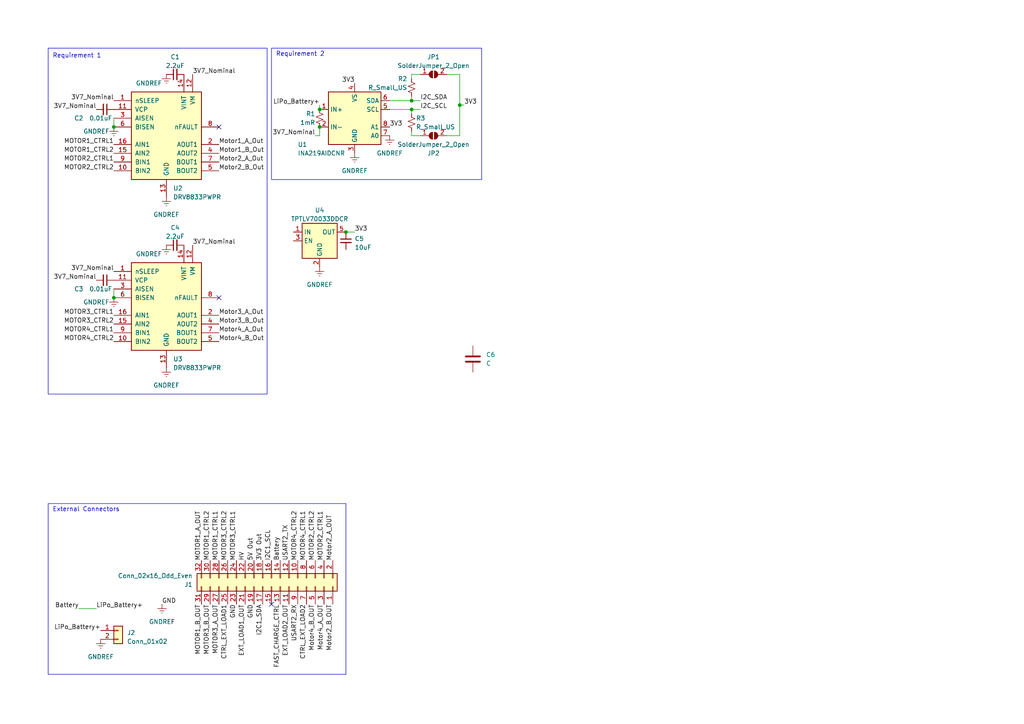
<source format=kicad_sch>
(kicad_sch (version 20250114) (generator "eeschema") (generator_version "9.0")
  (paper "A4")
  (title_block (title "Micro Mouse Power Subsystem") (date "2025-03-24") (rev "v0") (company "University of Cape Town") (comment 2 "Drawn By: Khusela Mtolo and Neo Vorsatz"))
  (lib_symbols
    (symbol "Connector_Generic:Conn_01x02" (pin_names (offset 1.016) (hide yes))
      (property "Reference" "J" (at 0 2.54 0))
      (property "Value" "Conn_01x02" (at 0 -5.08 0))
      (symbol "Conn_01x02_1_1"
        (rectangle (start -1.27 1.27) (end 1.27 -3.81) (stroke (width 0.254)) (fill (type background)))
        (rectangle (start -1.27 0.127) (end 0 -0.127) (stroke (width 0.1524)))
        (rectangle (start -1.27 -2.413) (end 0 -2.667) (stroke (width 0.1524)))
        (pin passive line (at -5.08 0 0) (length 3.81) (name "Pin_1") (number "1"))
        (pin passive line (at -5.08 -2.54 0) (length 3.81) (name "Pin_2") (number "2"))
      )
    )
    (symbol "Connector_Generic:Conn_02x16_Odd_Even" (pin_names (offset 1.016) (hide yes))
      (property "Reference" "J" (at 1.27 20.32 0))
      (property "Value" "Conn_02x16_Odd_Even" (at 1.27 -22.86 0))
      (symbol "Conn_02x16_Odd_Even_1_1"
        (rectangle (start -1.27 19.05) (end 3.81 -21.59) (stroke (width 0.254)) (fill (type background)))
        (rectangle (start -1.27 17.907) (end 0 17.653) (stroke (width 0.1524)))
        (rectangle (start -1.27 15.367) (end 0 15.113) (stroke (width 0.1524)))
        (rectangle (start -1.27 12.827) (end 0 12.573) (stroke (width 0.1524)))
        (rectangle (start -1.27 10.287) (end 0 10.033) (stroke (width 0.1524)))
        (rectangle (start -1.27 7.747) (end 0 7.493) (stroke (width 0.1524)))
        (rectangle (start -1.27 5.207) (end 0 4.953) (stroke (width 0.1524)))
        (rectangle (start -1.27 2.667) (end 0 2.413) (stroke (width 0.1524)))
        (rectangle (start -1.27 0.127) (end 0 -0.127) (stroke (width 0.1524)))
        (rectangle (start -1.27 -2.413) (end 0 -2.667) (stroke (width 0.1524)))
        (rectangle (start -1.27 -4.953) (end 0 -5.207) (stroke (width 0.1524)))
        (rectangle (start -1.27 -7.493) (end 0 -7.747) (stroke (width 0.1524)))
        (rectangle (start -1.27 -10.033) (end 0 -10.287) (stroke (width 0.1524)))
        (rectangle (start -1.27 -12.573) (end 0 -12.827) (stroke (width 0.1524)))
        (rectangle (start -1.27 -15.113) (end 0 -15.367) (stroke (width 0.1524)))
        (rectangle (start -1.27 -17.653) (end 0 -17.907) (stroke (width 0.1524)))
        (rectangle (start -1.27 -20.193) (end 0 -20.447) (stroke (width 0.1524)))
        (rectangle (start 3.81 17.907) (end 2.54 17.653) (stroke (width 0.1524)))
        (rectangle (start 3.81 15.367) (end 2.54 15.113) (stroke (width 0.1524)))
        (rectangle (start 3.81 12.827) (end 2.54 12.573) (stroke (width 0.1524)))
        (rectangle (start 3.81 10.287) (end 2.54 10.033) (stroke (width 0.1524)))
        (rectangle (start 3.81 7.747) (end 2.54 7.493) (stroke (width 0.1524)))
        (rectangle (start 3.81 5.207) (end 2.54 4.953) (stroke (width 0.1524)))
        (rectangle (start 3.81 2.667) (end 2.54 2.413) (stroke (width 0.1524)))
        (rectangle (start 3.81 0.127) (end 2.54 -0.127) (stroke (width 0.1524)))
        (rectangle (start 3.81 -2.413) (end 2.54 -2.667) (stroke (width 0.1524)))
        (rectangle (start 3.81 -4.953) (end 2.54 -5.207) (stroke (width 0.1524)))
        (rectangle (start 3.81 -7.493) (end 2.54 -7.747) (stroke (width 0.1524)))
        (rectangle (start 3.81 -10.033) (end 2.54 -10.287) (stroke (width 0.1524)))
        (rectangle (start 3.81 -12.573) (end 2.54 -12.827) (stroke (width 0.1524)))
        (rectangle (start 3.81 -15.113) (end 2.54 -15.367) (stroke (width 0.1524)))
        (rectangle (start 3.81 -17.653) (end 2.54 -17.907) (stroke (width 0.1524)))
        (rectangle (start 3.81 -20.193) (end 2.54 -20.447) (stroke (width 0.1524)))
        (pin passive line (at -5.08 17.78 0) (length 3.81) (name "Pin_1") (number "1"))
        (pin passive line (at -5.08 15.24 0) (length 3.81) (name "Pin_3") (number "3"))
        (pin passive line (at -5.08 12.7 0) (length 3.81) (name "Pin_5") (number "5"))
        (pin passive line (at -5.08 10.16 0) (length 3.81) (name "Pin_7") (number "7"))
        (pin passive line (at -5.08 7.62 0) (length 3.81) (name "Pin_9") (number "9"))
        (pin passive line (at -5.08 5.08 0) (length 3.81) (name "Pin_11") (number "11"))
        (pin passive line (at -5.08 2.54 0) (length 3.81) (name "Pin_13") (number "13"))
        (pin passive line (at -5.08 0 0) (length 3.81) (name "Pin_15") (number "15"))
        (pin passive line (at -5.08 -2.54 0) (length 3.81) (name "Pin_17") (number "17"))
        (pin passive line (at -5.08 -5.08 0) (length 3.81) (name "Pin_19") (number "19"))
        (pin passive line (at -5.08 -7.62 0) (length 3.81) (name "Pin_21") (number "21"))
        (pin passive line (at -5.08 -10.16 0) (length 3.81) (name "Pin_23") (number "23"))
        (pin passive line (at -5.08 -12.7 0) (length 3.81) (name "Pin_25") (number "25"))
        (pin passive line (at -5.08 -15.24 0) (length 3.81) (name "Pin_27") (number "27"))
        (pin passive line (at -5.08 -17.78 0) (length 3.81) (name "Pin_29") (number "29"))
        (pin passive line (at -5.08 -20.32 0) (length 3.81) (name "Pin_31") (number "31"))
        (pin passive line (at 7.62 17.78 180) (length 3.81) (name "Pin_2") (number "2"))
        (pin passive line (at 7.62 15.24 180) (length 3.81) (name "Pin_4") (number "4"))
        (pin passive line (at 7.62 12.7 180) (length 3.81) (name "Pin_6") (number "6"))
        (pin passive line (at 7.62 10.16 180) (length 3.81) (name "Pin_8") (number "8"))
        (pin passive line (at 7.62 7.62 180) (length 3.81) (name "Pin_10") (number "10"))
        (pin passive line (at 7.62 5.08 180) (length 3.81) (name "Pin_12") (number "12"))
        (pin passive line (at 7.62 2.54 180) (length 3.81) (name "Pin_14") (number "14"))
        (pin passive line (at 7.62 0 180) (length 3.81) (name "Pin_16") (number "16"))
        (pin passive line (at 7.62 -2.54 180) (length 3.81) (name "Pin_18") (number "18"))
        (pin passive line (at 7.62 -5.08 180) (length 3.81) (name "Pin_20") (number "20"))
        (pin passive line (at 7.62 -7.62 180) (length 3.81) (name "Pin_22") (number "22"))
        (pin passive line (at 7.62 -10.16 180) (length 3.81) (name "Pin_24") (number "24"))
        (pin passive line (at 7.62 -12.7 180) (length 3.81) (name "Pin_26") (number "26"))
        (pin passive line (at 7.62 -15.24 180) (length 3.81) (name "Pin_28") (number "28"))
        (pin passive line (at 7.62 -17.78 180) (length 3.81) (name "Pin_30") (number "30"))
        (pin passive line (at 7.62 -20.32 180) (length 3.81) (name "Pin_32") (number "32"))
      )
    )
    (symbol "Device:C" (pin_numbers (hide yes)) (pin_names (offset 0.254))
      (property "Reference" "C" (at 0.635 2.54 0))
      (property "Value" "C" (at 0.635 -2.54 0))
      (symbol "C_0_1"
        (polyline (pts (xy -2.032 0.762) (xy 2.032 0.762)) (stroke (width 0.508)))
        (polyline (pts (xy -2.032 -0.762) (xy 2.032 -0.762)) (stroke (width 0.508)))
      )
      (symbol "C_1_1"
        (pin passive line (at 0 3.81 270) (length 2.794) (name "~") (number "1"))
        (pin passive line (at 0 -3.81 90) (length 2.794) (name "~") (number "2"))
      )
    )
    (symbol "Device:C_Small" (pin_numbers (hide yes)) (pin_names (offset 0.254) (hide yes))
      (property "Reference" "C" (at 0.254 1.778 0))
      (property "Value" "C_Small" (at 0.254 -2.032 0))
      (symbol "C_Small_0_1"
        (polyline (pts (xy -1.524 0.508) (xy 1.524 0.508)) (stroke (width 0.3048)))
        (polyline (pts (xy -1.524 -0.508) (xy 1.524 -0.508)) (stroke (width 0.3302)))
      )
      (symbol "C_Small_1_1"
        (pin passive line (at 0 2.54 270) (length 2.032) (name "~") (number "1"))
        (pin passive line (at 0 -2.54 90) (length 2.032) (name "~") (number "2"))
      )
    )
    (symbol "Device:R_Small_US" (pin_numbers (hide yes)) (pin_names (offset 0.254) (hide yes))
      (property "Reference" "R" (at 0.762 0.508 0))
      (property "Value" "R_Small_US" (at 0.762 -1.016 0))
      (symbol "R_Small_US_1_1"
        (polyline (pts (xy 0 1.524) (xy 1.016 1.143) (xy 0 0.762) (xy -1.016 0.381) (xy 0 0)))
        (polyline (pts (xy 0 0) (xy 1.016 -0.381) (xy 0 -0.762) (xy -1.016 -1.143) (xy 0 -1.524)))
        (pin passive line (at 0 2.54 270) (length 1.016) (name "~") (number "1"))
        (pin passive line (at 0 -2.54 90) (length 1.016) (name "~") (number "2"))
      )
    )
    (symbol "Driver_Motor:DRV8833PW" (pin_names (offset 1.016))
      (property "Reference" "U" (at -3.81 16.51 0))
      (property "Value" "DRV8833PW" (at -3.81 13.97 0))
      (symbol "DRV8833PW_0_1"
        (rectangle (start -10.16 12.7) (end 10.16 -12.7) (stroke (width 0.254)) (fill (type background)))
      )
      (symbol "DRV8833PW_1_1"
        (pin input line (at -15.24 10.16 0) (length 5.08) (name "nSLEEP") (number "1"))
        (pin bidirectional line (at -15.24 7.62 0) (length 5.08) (name "VCP") (number "11"))
        (pin bidirectional line (at -15.24 5.08 0) (length 5.08) (name "AISEN") (number "3"))
        (pin bidirectional line (at -15.24 2.54 0) (length 5.08) (name "BISEN") (number "6"))
        (pin input line (at -15.24 -2.54 0) (length 5.08) (name "AIN1") (number "16"))
        (pin input line (at -15.24 -5.08 0) (length 5.08) (name "AIN2") (number "15"))
        (pin input line (at -15.24 -7.62 0) (length 5.08) (name "BIN1") (number "9"))
        (pin input line (at -15.24 -10.16 0) (length 5.08) (name "BIN2") (number "10"))
        (pin power_in line (at 0 -17.78 90) (length 5.08) (name "GND") (number "13"))
        (pin power_in line (at 5.08 17.78 270) (length 5.08) (name "VINT") (number "14"))
        (pin power_in line (at 7.62 17.78 270) (length 5.08) (name "VM") (number "12"))
        (pin open_collector line (at 15.24 2.54 180) (length 5.08) (name "nFAULT") (number "8"))
        (pin power_out line (at 15.24 -2.54 180) (length 5.08) (name "AOUT1") (number "2"))
        (pin power_out line (at 15.24 -5.08 180) (length 5.08) (name "AOUT2") (number "4"))
        (pin power_out line (at 15.24 -7.62 180) (length 5.08) (name "BOUT1") (number "7"))
        (pin power_out line (at 15.24 -10.16 180) (length 5.08) (name "BOUT2") (number "5"))
      )
    )
    (symbol "Jumper:SolderJumper_2_Open" (pin_names (offset 0) (hide yes))
      (property "Reference" "JP" (at 0 2.032 0))
      (property "Value" "SolderJumper_2_Open" (at 0 -2.54 0))
      (symbol "SolderJumper_2_Open_0_1"
        (polyline (pts (xy -0.254 1.016) (xy -0.254 -1.016)))
        (arc (start -0.254 -1.016) (mid -1.2656 0) (end -0.254 1.016))
        (arc (start -0.254 -1.016) (mid -1.2656 0) (end -0.254 1.016) (fill (type outline)))
        (arc (start 0.254 1.016) (mid 1.2656 0) (end 0.254 -1.016))
        (arc (start 0.254 1.016) (mid 1.2656 0) (end 0.254 -1.016) (fill (type outline)))
        (polyline (pts (xy 0.254 1.016) (xy 0.254 -1.016)))
      )
      (symbol "SolderJumper_2_Open_1_1"
        (pin passive line (at -3.81 0 0) (length 2.54) (name "A") (number "1"))
        (pin passive line (at 3.81 0 180) (length 2.54) (name "B") (number "2"))
      )
    )
    (symbol "Regulator_Linear:TPS78233DDC"
      (property "Reference" "U" (at -3.81 6.35 0))
      (property "Value" "TPS78233DDC" (at 6.35 6.35 0))
      (symbol "TPS78233DDC_0_1"
        (rectangle (start -5.08 -5.08) (end 5.08 5.08) (stroke (width 0.254)) (fill (type background)))
        (pin power_in line (at -7.62 2.54 0) (length 2.54) (name "IN") (number "1"))
        (pin input line (at -7.62 0 0) (length 2.54) (name "EN") (number "3"))
        (pin power_in line (at 0 -7.62 90) (length 2.54) (name "GND") (number "2"))
        (pin power_out line (at 7.62 2.54 180) (length 2.54) (name "OUT") (number "5"))
      )
      (symbol "TPS78233DDC_1_1"
        (pin passive line (at 0 -7.62 90) (length 2.54) (hide yes) (name "GND") (number "4"))
      )
    )
    (symbol "Sensor_Energy:INA219AxDCN"
      (property "Reference" "U" (at -6.35 8.89 0))
      (property "Value" "INA219AxDCN" (at 6.35 8.89 0))
      (symbol "INA219AxDCN_0_1"
        (rectangle (start -7.62 7.62) (end 7.62 -7.62) (stroke (width 0.254)) (fill (type background)))
      )
      (symbol "INA219AxDCN_1_1"
        (pin input line (at -10.16 2.54 0) (length 2.54) (name "IN+") (number "1"))
        (pin input line (at -10.16 -2.54 0) (length 2.54) (name "IN-") (number "2"))
        (pin power_in line (at 0 10.16 270) (length 2.54) (name "VS") (number "4"))
        (pin power_in line (at 0 -10.16 90) (length 2.54) (name "GND") (number "3"))
        (pin bidirectional line (at 10.16 5.08 180) (length 2.54) (name "SDA") (number "6"))
        (pin input line (at 10.16 2.54 180) (length 2.54) (name "SCL") (number "5"))
        (pin input line (at 10.16 -2.54 180) (length 2.54) (name "A1") (number "8"))
        (pin input line (at 10.16 -5.08 180) (length 2.54) (name "A0") (number "7"))
      )
    )
    (symbol "power:GNDREF" (power) (pin_names (offset 0))
      (property "Value" "GNDREF" (at 0 -3.81 0))
      (symbol "GNDREF_0_1"
        (polyline (pts (xy -0.635 -1.905) (xy 0.635 -1.905)))
        (polyline (pts (xy -0.127 -2.54) (xy 0.127 -2.54)))
        (polyline (pts (xy 0 -1.27) (xy 0 0)))
        (polyline (pts (xy 1.27 -1.27) (xy -1.27 -1.27)))
      )
      (symbol "GNDREF_1_1"
        (pin power_in line (at 0 0 270) (length 0) (hide yes) (name "GNDREF") (number "1"))
      )
    )
  )
  (rectangle (start 13.97 13.97) (end 77.47 114.3))
  (rectangle (start 78.74 13.97) (end 139.7 52.07))
  (rectangle (start 13.97 146.05) (end 100.33 195.58))
  (text "Requirement 1\n\n" (at 15.24 19.05 0) (effects (font (size 1.27 1.27)) (justify left bottom)))
  (text "External Connectors" (at 15.24 148.59 0) (effects (font (size 1.27 1.27)) (justify left bottom)))
  (text "Requirement 2" (at 80.01 16.51 0) (effects (font (size 1.27 1.27)) (justify left bottom)))
  (junction (at 119.38 29.21))
  (junction (at 33.02 36.83))
  (junction (at 119.38 31.75))
  (junction (at 92.71 31.75))
  (junction (at 100.33 67.31))
  (junction (at 33.02 86.36))
  (junction (at 133.35 30.48))
  (junction (at 92.71 36.83))
  (no_connect (at 78.74 175.26))
  (no_connect (at 63.5 36.83))
  (no_connect (at 63.5 86.36))
  (wire (pts (xy 33.02 83.82) (xy 33.02 86.36)))
  (wire (pts (xy 121.92 21.59) (xy 119.38 21.59)))
  (wire (pts (xy 119.38 21.59) (xy 119.38 22.86)))
  (wire (pts (xy 113.03 31.75) (xy 119.38 31.75)))
  (wire (pts (xy 133.35 30.48) (xy 133.35 39.37)))
  (wire (pts (xy 91.44 39.37) (xy 92.71 39.37)))
  (wire (pts (xy 121.92 39.37) (xy 119.38 39.37)))
  (wire (pts (xy 129.54 39.37) (xy 133.35 39.37)))
  (wire (pts (xy 22.86 176.53) (xy 27.94 176.53)))
  (wire (pts (xy 33.02 34.29) (xy 33.02 36.83)))
  (wire (pts (xy 134.62 30.48) (xy 133.35 30.48)))
  (wire (pts (xy 92.71 39.37) (xy 92.71 36.83)))
  (wire (pts (xy 119.38 31.75) (xy 121.92 31.75)))
  (wire (pts (xy 119.38 39.37) (xy 119.38 38.1)))
  (wire (pts (xy 119.38 27.94) (xy 119.38 29.21)))
  (wire (pts (xy 133.35 21.59) (xy 133.35 30.48)))
  (wire (pts (xy 119.38 33.02) (xy 119.38 31.75)))
  (wire (pts (xy 121.92 29.21) (xy 119.38 29.21)))
  (wire (pts (xy 113.03 29.21) (xy 119.38 29.21)))
  (wire (pts (xy 102.87 67.31) (xy 100.33 67.31)))
  (wire (pts (xy 129.54 21.59) (xy 133.35 21.59)))
  (wire (pts (xy 92.71 30.48) (xy 92.71 31.75)))
  (label "MOTOR2_CTRL2" (at 91.44 162.56 90))
  (label "3V3" (at 134.62 30.48 0))
  (label "MOTOR1_CTRL1" (at 33.02 41.91 180))
  (label "3V7_Nominal" (at 27.94 31.75 180))
  (label "3V3" (at 102.87 24.13 180))
  (label "MOTOR3_B_OUT" (at 60.96 175.26 270))
  (label "Motor4_A_Out" (at 63.5 96.52 0))
  (label "3V7_Nominal" (at 55.88 71.12 0))
  (label "Motor4_A_OUT" (at 93.98 175.26 270))
  (label "HV" (at 71.12 162.56 90))
  (label "MOTOR2_CTRL1" (at 93.98 162.56 90))
  (label "GND" (at 46.99 175.26 0))
  (label "MOTOR2_CTRL2" (at 33.02 49.53 180))
  (label "5V Out" (at 73.66 162.56 90))
  (label "MOTOR3_CTRL2" (at 33.02 93.98 180))
  (label "MOTOR4_CTRL2" (at 33.02 99.06 180))
  (label "EXT_LOAD2_OUT" (at 83.82 175.26 270))
  (label "3V7_Nominal" (at 27.94 81.28 180))
  (label "MOTOR1_CTRL2" (at 60.96 162.56 90))
  (label "GND" (at 73.66 175.26 270))
  (label "FAST_CHARGE_CTRL" (at 81.28 175.26 270))
  (label "I2C_SCL" (at 121.92 31.75 0))
  (label "USART2_RX" (at 86.36 175.26 270))
  (label "Motor4_B_Out" (at 63.5 99.06 0))
  (label "3V3" (at 113.03 36.83 0))
  (label "MOTOR4_CTRL1" (at 33.02 96.52 180))
  (label "I2C1_SCL" (at 78.74 162.56 90))
  (label "MOTOR1_A_OUT" (at 58.42 162.56 90))
  (label "MOTOR1_CTRL1" (at 63.5 162.56 90))
  (label "CTRL_EXT_LOAD1" (at 66.04 175.26 270))
  (label "Motor2_B_OUT" (at 96.52 175.26 270))
  (label "3V7_Nominal" (at 33.02 78.74 180))
  (label "3V7_Nominal" (at 33.02 29.21 180))
  (label "MOTOR1_B_OUT" (at 58.42 175.26 270))
  (label "LiPo_Battery+" (at 29.21 182.88 180))
  (label "MOTOR4_CTRL2" (at 86.36 162.56 90))
  (label "MOTOR3_CTRL1" (at 68.58 162.56 90))
  (label "USART2_TX" (at 83.82 162.56 90))
  (label "Battery" (at 22.86 176.53 180))
  (label "MOTOR2_CTRL1" (at 33.02 46.99 180))
  (label "Motor3_B_Out" (at 63.5 93.98 0))
  (label "LiPo_Battery+" (at 27.94 176.53 0))
  (label "MOTOR3_CTRL2" (at 66.04 162.56 90))
  (label "Motor2_A_OUT" (at 96.52 162.56 90))
  (label "Motor3_A_Out" (at 63.5 91.44 0))
  (label "MOTOR3_A_OUT" (at 63.5 175.26 270))
  (label "MOTOR1_CTRL2" (at 33.02 44.45 180))
  (label "3V7_Nominal" (at 55.88 21.59 0))
  (label "Motor1_B_Out" (at 63.5 44.45 0))
  (label "GND" (at 68.58 175.26 270))
  (label "MOTOR3_CTRL1" (at 33.02 91.44 180))
  (label "Motor2_B_Out" (at 63.5 49.53 0))
  (label "I2C_SDA" (at 121.92 29.21 0))
  (label "3V7_Nominal" (at 91.44 39.37 180))
  (label "I2C1_SDA" (at 76.2 175.26 270))
  (label "Motor4_B_OUT" (at 91.44 175.26 270))
  (label "3V3 Out" (at 76.2 162.56 90))
  (label "MOTOR4_CTRL1" (at 88.9 162.56 90))
  (label "Motor1_A_Out" (at 63.5 41.91 0))
  (label "EXT_LOAD1_OUT" (at 71.12 175.26 270))
  (label "Motor2_A_Out" (at 63.5 46.99 0))
  (label "Battery" (at 81.28 162.56 90))
  (label "3V3" (at 102.87 67.31 0))
  (label "LiPo_Battery+" (at 92.71 30.48 180))
  (label "CTRL_EXT_LOAD2" (at 88.9 175.26 270))
  (symbol (lib_id "Connector_Generic:Conn_01x02") (at 34.29 182.88 0) (unit 1)
    (property "Reference" "J2" (at 36.83 183.515 0) (effects (justify left)))
    (property "Value" "Conn_01x02" (at 36.83 186.055 0) (effects (justify left)))
  )
  (symbol (lib_id "power:GNDREF") (at 92.71 77.47 0) (unit 1)
    (property "Reference" "#PWR011" (effects (hide yes)))
    (property "Value" "GNDREF" (at 92.71 82.55 0))
  )
  (symbol (lib_id "Device:C_Small") (at 50.8 71.12 90) (unit 1)
    (property "Reference" "C4" (at 50.8063 66.04 90))
    (property "Value" "2.2uF" (at 50.8063 68.58 90))
  )
  (symbol (lib_id "Device:C_Small") (at 100.33 69.85 0) (unit 1)
    (property "Reference" "C5" (at 102.87 69.2213 0) (effects (justify left)))
    (property "Value" "10uF" (at 102.87 71.7613 0) (effects (justify left)))
    (property "Datasheet" "https://jlcpcb.com/api/file/downloadByFileSystemAccessId/8579707190011494400" (effects (hide yes)))
  )
  (symbol (lib_id "power:GNDREF") (at 48.26 106.68 0) (unit 1)
    (property "Reference" "#PWR010" (effects (hide yes)))
    (property "Value" "GNDREF" (at 48.26 111.76 0))
  )
  (symbol (lib_id "Device:C_Small") (at 50.8 21.59 90) (unit 1)
    (property "Reference" "C1" (at 50.8063 16.51 90))
    (property "Value" "2.2uF" (at 50.8063 19.05 90))
  )
  (symbol (lib_id "Device:C_Small") (at 30.48 31.75 270) (unit 1)
    (property "Reference" "C2" (at 22.86 34.29 90))
    (property "Value" "0.01uF" (at 29.21 34.29 90))
    (property "Datasheet" "https://jlcpcb.com/api/file/downloadByFileSystemAccessId/8579707307011465216" (effects (hide yes)))
  )
  (symbol (lib_id "power:GNDREF") (at 46.99 175.26 0) (unit 1)
    (property "Reference" "#PWR01" (effects (hide yes)))
    (property "Value" "GNDREF" (at 46.99 180.34 0))
  )
  (symbol (lib_id "power:GNDREF") (at 48.26 21.59 0) (unit 1)
    (property "Reference" "#PWR07" (effects (hide yes)))
    (property "Value" "GNDREF" (at 43.18 24.13 0))
  )
  (symbol (lib_id "power:GNDREF") (at 48.26 71.12 0) (unit 1)
    (property "Reference" "#PWR09" (effects (hide yes)))
    (property "Value" "GNDREF" (at 43.18 73.66 0))
  )
  (symbol (lib_id "power:GNDREF") (at 102.87 44.45 0) (unit 1)
    (property "Reference" "#PWR04" (effects (hide yes)))
    (property "Value" "GNDREF" (at 102.87 49.53 0))
  )
  (symbol (lib_id "Driver_Motor:DRV8833PW") (at 48.26 88.9 0) (unit 1)
    (property "Reference" "U3" (at 50.2159 104.14 0) (effects (justify left)))
    (property "Value" "DRV8833PWPR" (at 50.2159 106.68 0) (effects (justify left)))
    (property "Footprint" "Package_SO:TSSOP-16_4.4x5mm_P0.65mm" (effects (hide yes)))
    (property "Datasheet" "https://jlcpcb.com/api/file/downloadByFileSystemAccessId/8588881461298802689" (effects (hide yes)))
  )
  (symbol (lib_id "power:GNDREF") (at 33.02 86.36 0) (unit 1)
    (property "Reference" "#PWR08" (effects (hide yes)))
    (property "Value" "GNDREF" (at 27.94 87.63 0))
  )
  (symbol (lib_id "Device:C") (at 137.16 104.14 0) (unit 1)
    (property "Reference" "C6" (at 140.97 102.8699 0) (effects (justify left)))
    (property "Value" "C" (at 140.97 105.4099 0) (effects (justify left)))
    (property "Description" "Unpolarized capacitor" (effects (hide yes)))
  )
  (symbol (lib_id "Device:R_Small_US") (at 119.38 35.56 0) (unit 1)
    (property "Reference" "R3" (at 120.65 34.29 0) (effects (justify left)))
    (property "Value" "R_Small_US" (at 120.65 36.83 0) (effects (justify left)))
  )
  (symbol (lib_id "power:GNDREF") (at 29.21 185.42 0) (unit 1)
    (property "Reference" "#PWR02" (effects (hide yes)))
    (property "Value" "GNDREF" (at 29.21 190.5 0))
  )
  (symbol (lib_id "power:GNDREF") (at 48.26 57.15 0) (unit 1)
    (property "Reference" "#PWR05" (effects (hide yes)))
    (property "Value" "GNDREF" (at 48.26 62.23 0))
  )
  (symbol (lib_id "Regulator_Linear:TPS78233DDC") (at 92.71 69.85 0) (unit 1)
    (property "Reference" "U4" (at 92.71 60.96 0))
    (property "Value" "TPTLV70033DDCR" (at 92.71 63.5 0))
    (property "Footprint" "Package_TO_SOT_SMD:SOT-23-5" (effects (hide yes)))
    (property "Datasheet" "https://jlcpcb.com/api/file/downloadByFileSystemAccessId/8588954843330961408" (effects (hide yes)))
  )
  (symbol (lib_id "power:GNDREF") (at 113.03 39.37 0) (unit 1)
    (property "Reference" "#PWR03" (effects (hide yes)))
    (property "Value" "GNDREF" (at 113.03 44.45 0))
  )
  (symbol (lib_id "Device:R_Small_US") (at 119.38 25.4 0) (unit 1)
    (property "Reference" "R2" (at 118.11 22.86 0) (effects (justify right)))
    (property "Value" "R_Small_US" (at 118.11 25.4 0) (effects (justify right)))
  )
  (symbol (lib_id "Device:R_Small_US") (at 92.71 34.29 0) (unit 1)
    (property "Reference" "R1" (at 91.44 33.02 0) (effects (justify right)))
    (property "Value" "1mR" (at 91.44 35.56 0) (effects (justify right)))
    (property "Datasheet" "https://wmsc.lcsc.com/wmsc/upload/file/pdf/v2/lcsc/2407091734_FOJAN-FRM121WJR001TM_C7419993.pdf" (effects (hide yes)))
  )
  (symbol (lib_id "Jumper:SolderJumper_2_Open") (at 125.73 39.37 0) (mirror x) (unit 1)
    (property "Reference" "JP2" (at 125.73 44.45 0))
    (property "Value" "SolderJumper_2_Open" (at 125.73 41.91 0))
  )
  (symbol (lib_id "Jumper:SolderJumper_2_Open") (at 125.73 21.59 0) (unit 1)
    (property "Reference" "JP1" (at 125.73 16.51 0))
    (property "Value" "SolderJumper_2_Open" (at 125.73 19.05 0))
  )
  (symbol (lib_id "Device:C_Small") (at 30.48 81.28 270) (unit 1)
    (property "Reference" "C3" (at 22.86 83.82 90))
    (property "Value" "0.01uF" (at 29.21 83.82 90))
    (property "Datasheet" "https://jlcpcb.com/api/file/downloadByFileSystemAccessId/8579707307011465216" (effects (hide yes)))
  )
  (symbol (lib_id "Connector_Generic:Conn_02x16_Odd_Even") (at 78.74 170.18 270) (mirror x) (unit 1)
    (property "Reference" "J1" (at 55.88 169.545 90) (effects (justify right)))
    (property "Value" "Conn_02x16_Odd_Even" (at 55.88 167.005 90) (effects (justify right)))
  )
  (symbol (lib_id "Driver_Motor:DRV8833PW") (at 48.26 39.37 0) (unit 1)
    (property "Reference" "U2" (at 50.2159 54.61 0) (effects (justify left)))
    (property "Value" "DRV8833PWPR" (at 50.2159 57.15 0) (effects (justify left)))
    (property "Footprint" "Package_SO:TSSOP-16_4.4x5mm_P0.65mm" (effects (hide yes)))
    (property "Datasheet" "https://jlcpcb.com/api/file/downloadByFileSystemAccessId/8588881461298802689" (effects (hide yes)))
  )
  (symbol (lib_id "power:GNDREF") (at 33.02 36.83 0) (unit 1)
    (property "Reference" "#PWR06" (effects (hide yes)))
    (property "Value" "GNDREF" (at 27.94 38.1 0))
  )
  (symbol (lib_id "Sensor_Energy:INA219AxDCN") (at 102.87 34.29 0) (unit 1)
    (property "Reference" "U1" (at 86.36 41.91 0) (effects (justify left)))
    (property "Value" "INA219AIDCNR" (at 86.36 44.45 0) (effects (justify left)))
    (property "Footprint" "Package_TO_SOT_SMD:SOT-23-8" (effects (hide yes)))
    (property "Datasheet" "https://jlcpcb.com/api/file/downloadByFileSystemAccessId/8586200525100486656" (effects (hide yes)))
  )
)
</source>
